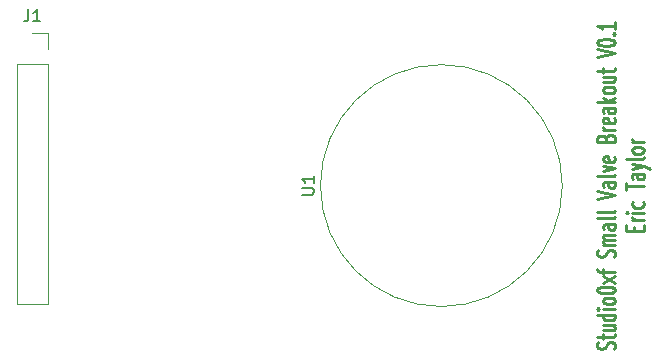
<source format=gbr>
%TF.GenerationSoftware,KiCad,Pcbnew,6.0.2+dfsg-1*%
%TF.CreationDate,2023-01-16T16:06:15-05:00*%
%TF.ProjectId,valve_breakout_small9,76616c76-655f-4627-9265-616b6f75745f,rev?*%
%TF.SameCoordinates,Original*%
%TF.FileFunction,Legend,Top*%
%TF.FilePolarity,Positive*%
%FSLAX46Y46*%
G04 Gerber Fmt 4.6, Leading zero omitted, Abs format (unit mm)*
G04 Created by KiCad (PCBNEW 6.0.2+dfsg-1) date 2023-01-16 16:06:15*
%MOMM*%
%LPD*%
G01*
G04 APERTURE LIST*
%ADD10C,0.250000*%
%ADD11C,0.150000*%
%ADD12C,0.120000*%
G04 APERTURE END LIST*
D10*
X151799642Y-107813333D02*
X151871071Y-107670476D01*
X151871071Y-107432380D01*
X151799642Y-107337142D01*
X151728214Y-107289523D01*
X151585357Y-107241904D01*
X151442500Y-107241904D01*
X151299642Y-107289523D01*
X151228214Y-107337142D01*
X151156785Y-107432380D01*
X151085357Y-107622857D01*
X151013928Y-107718095D01*
X150942500Y-107765714D01*
X150799642Y-107813333D01*
X150656785Y-107813333D01*
X150513928Y-107765714D01*
X150442500Y-107718095D01*
X150371071Y-107622857D01*
X150371071Y-107384761D01*
X150442500Y-107241904D01*
X150871071Y-106956190D02*
X150871071Y-106575238D01*
X150371071Y-106813333D02*
X151656785Y-106813333D01*
X151799642Y-106765714D01*
X151871071Y-106670476D01*
X151871071Y-106575238D01*
X150871071Y-105813333D02*
X151871071Y-105813333D01*
X150871071Y-106241904D02*
X151656785Y-106241904D01*
X151799642Y-106194285D01*
X151871071Y-106099047D01*
X151871071Y-105956190D01*
X151799642Y-105860952D01*
X151728214Y-105813333D01*
X151871071Y-104908571D02*
X150371071Y-104908571D01*
X151799642Y-104908571D02*
X151871071Y-105003809D01*
X151871071Y-105194285D01*
X151799642Y-105289523D01*
X151728214Y-105337142D01*
X151585357Y-105384761D01*
X151156785Y-105384761D01*
X151013928Y-105337142D01*
X150942500Y-105289523D01*
X150871071Y-105194285D01*
X150871071Y-105003809D01*
X150942500Y-104908571D01*
X151871071Y-104432380D02*
X150871071Y-104432380D01*
X150371071Y-104432380D02*
X150442500Y-104480000D01*
X150513928Y-104432380D01*
X150442500Y-104384761D01*
X150371071Y-104432380D01*
X150513928Y-104432380D01*
X151871071Y-103813333D02*
X151799642Y-103908571D01*
X151728214Y-103956190D01*
X151585357Y-104003809D01*
X151156785Y-104003809D01*
X151013928Y-103956190D01*
X150942500Y-103908571D01*
X150871071Y-103813333D01*
X150871071Y-103670476D01*
X150942500Y-103575238D01*
X151013928Y-103527619D01*
X151156785Y-103480000D01*
X151585357Y-103480000D01*
X151728214Y-103527619D01*
X151799642Y-103575238D01*
X151871071Y-103670476D01*
X151871071Y-103813333D01*
X150371071Y-102860952D02*
X150371071Y-102765714D01*
X150442500Y-102670476D01*
X150513928Y-102622857D01*
X150656785Y-102575238D01*
X150942500Y-102527619D01*
X151299642Y-102527619D01*
X151585357Y-102575238D01*
X151728214Y-102622857D01*
X151799642Y-102670476D01*
X151871071Y-102765714D01*
X151871071Y-102860952D01*
X151799642Y-102956190D01*
X151728214Y-103003809D01*
X151585357Y-103051428D01*
X151299642Y-103099047D01*
X150942500Y-103099047D01*
X150656785Y-103051428D01*
X150513928Y-103003809D01*
X150442500Y-102956190D01*
X150371071Y-102860952D01*
X151871071Y-102194285D02*
X150871071Y-101670476D01*
X150871071Y-102194285D02*
X151871071Y-101670476D01*
X150871071Y-101432380D02*
X150871071Y-101051428D01*
X151871071Y-101289523D02*
X150585357Y-101289523D01*
X150442500Y-101241904D01*
X150371071Y-101146666D01*
X150371071Y-101051428D01*
X151799642Y-100003809D02*
X151871071Y-99860952D01*
X151871071Y-99622857D01*
X151799642Y-99527619D01*
X151728214Y-99480000D01*
X151585357Y-99432380D01*
X151442500Y-99432380D01*
X151299642Y-99480000D01*
X151228214Y-99527619D01*
X151156785Y-99622857D01*
X151085357Y-99813333D01*
X151013928Y-99908571D01*
X150942500Y-99956190D01*
X150799642Y-100003809D01*
X150656785Y-100003809D01*
X150513928Y-99956190D01*
X150442500Y-99908571D01*
X150371071Y-99813333D01*
X150371071Y-99575238D01*
X150442500Y-99432380D01*
X151871071Y-99003809D02*
X150871071Y-99003809D01*
X151013928Y-99003809D02*
X150942500Y-98956190D01*
X150871071Y-98860952D01*
X150871071Y-98718095D01*
X150942500Y-98622857D01*
X151085357Y-98575238D01*
X151871071Y-98575238D01*
X151085357Y-98575238D02*
X150942500Y-98527619D01*
X150871071Y-98432380D01*
X150871071Y-98289523D01*
X150942500Y-98194285D01*
X151085357Y-98146666D01*
X151871071Y-98146666D01*
X151871071Y-97241904D02*
X151085357Y-97241904D01*
X150942500Y-97289523D01*
X150871071Y-97384761D01*
X150871071Y-97575238D01*
X150942500Y-97670476D01*
X151799642Y-97241904D02*
X151871071Y-97337142D01*
X151871071Y-97575238D01*
X151799642Y-97670476D01*
X151656785Y-97718095D01*
X151513928Y-97718095D01*
X151371071Y-97670476D01*
X151299642Y-97575238D01*
X151299642Y-97337142D01*
X151228214Y-97241904D01*
X151871071Y-96622857D02*
X151799642Y-96718095D01*
X151656785Y-96765714D01*
X150371071Y-96765714D01*
X151871071Y-96099047D02*
X151799642Y-96194285D01*
X151656785Y-96241904D01*
X150371071Y-96241904D01*
X150371071Y-95099047D02*
X151871071Y-94765714D01*
X150371071Y-94432380D01*
X151871071Y-93670476D02*
X151085357Y-93670476D01*
X150942500Y-93718095D01*
X150871071Y-93813333D01*
X150871071Y-94003809D01*
X150942500Y-94099047D01*
X151799642Y-93670476D02*
X151871071Y-93765714D01*
X151871071Y-94003809D01*
X151799642Y-94099047D01*
X151656785Y-94146666D01*
X151513928Y-94146666D01*
X151371071Y-94099047D01*
X151299642Y-94003809D01*
X151299642Y-93765714D01*
X151228214Y-93670476D01*
X151871071Y-93051428D02*
X151799642Y-93146666D01*
X151656785Y-93194285D01*
X150371071Y-93194285D01*
X150871071Y-92765714D02*
X151871071Y-92527619D01*
X150871071Y-92289523D01*
X151799642Y-91527619D02*
X151871071Y-91622857D01*
X151871071Y-91813333D01*
X151799642Y-91908571D01*
X151656785Y-91956190D01*
X151085357Y-91956190D01*
X150942500Y-91908571D01*
X150871071Y-91813333D01*
X150871071Y-91622857D01*
X150942500Y-91527619D01*
X151085357Y-91480000D01*
X151228214Y-91480000D01*
X151371071Y-91956190D01*
X151085357Y-89956190D02*
X151156785Y-89813333D01*
X151228214Y-89765714D01*
X151371071Y-89718095D01*
X151585357Y-89718095D01*
X151728214Y-89765714D01*
X151799642Y-89813333D01*
X151871071Y-89908571D01*
X151871071Y-90289523D01*
X150371071Y-90289523D01*
X150371071Y-89956190D01*
X150442500Y-89860952D01*
X150513928Y-89813333D01*
X150656785Y-89765714D01*
X150799642Y-89765714D01*
X150942500Y-89813333D01*
X151013928Y-89860952D01*
X151085357Y-89956190D01*
X151085357Y-90289523D01*
X151871071Y-89289523D02*
X150871071Y-89289523D01*
X151156785Y-89289523D02*
X151013928Y-89241904D01*
X150942500Y-89194285D01*
X150871071Y-89099047D01*
X150871071Y-89003809D01*
X151799642Y-88289523D02*
X151871071Y-88384761D01*
X151871071Y-88575238D01*
X151799642Y-88670476D01*
X151656785Y-88718095D01*
X151085357Y-88718095D01*
X150942500Y-88670476D01*
X150871071Y-88575238D01*
X150871071Y-88384761D01*
X150942500Y-88289523D01*
X151085357Y-88241904D01*
X151228214Y-88241904D01*
X151371071Y-88718095D01*
X151871071Y-87384761D02*
X151085357Y-87384761D01*
X150942500Y-87432380D01*
X150871071Y-87527619D01*
X150871071Y-87718095D01*
X150942500Y-87813333D01*
X151799642Y-87384761D02*
X151871071Y-87480000D01*
X151871071Y-87718095D01*
X151799642Y-87813333D01*
X151656785Y-87860952D01*
X151513928Y-87860952D01*
X151371071Y-87813333D01*
X151299642Y-87718095D01*
X151299642Y-87480000D01*
X151228214Y-87384761D01*
X151871071Y-86908571D02*
X150371071Y-86908571D01*
X151299642Y-86813333D02*
X151871071Y-86527619D01*
X150871071Y-86527619D02*
X151442500Y-86908571D01*
X151871071Y-85956190D02*
X151799642Y-86051428D01*
X151728214Y-86099047D01*
X151585357Y-86146666D01*
X151156785Y-86146666D01*
X151013928Y-86099047D01*
X150942500Y-86051428D01*
X150871071Y-85956190D01*
X150871071Y-85813333D01*
X150942500Y-85718095D01*
X151013928Y-85670476D01*
X151156785Y-85622857D01*
X151585357Y-85622857D01*
X151728214Y-85670476D01*
X151799642Y-85718095D01*
X151871071Y-85813333D01*
X151871071Y-85956190D01*
X150871071Y-84765714D02*
X151871071Y-84765714D01*
X150871071Y-85194285D02*
X151656785Y-85194285D01*
X151799642Y-85146666D01*
X151871071Y-85051428D01*
X151871071Y-84908571D01*
X151799642Y-84813333D01*
X151728214Y-84765714D01*
X150871071Y-84432380D02*
X150871071Y-84051428D01*
X150371071Y-84289523D02*
X151656785Y-84289523D01*
X151799642Y-84241904D01*
X151871071Y-84146666D01*
X151871071Y-84051428D01*
X150371071Y-83099047D02*
X151871071Y-82765714D01*
X150371071Y-82432380D01*
X150371071Y-81908571D02*
X150371071Y-81813333D01*
X150442500Y-81718095D01*
X150513928Y-81670476D01*
X150656785Y-81622857D01*
X150942500Y-81575238D01*
X151299642Y-81575238D01*
X151585357Y-81622857D01*
X151728214Y-81670476D01*
X151799642Y-81718095D01*
X151871071Y-81813333D01*
X151871071Y-81908571D01*
X151799642Y-82003809D01*
X151728214Y-82051428D01*
X151585357Y-82099047D01*
X151299642Y-82146666D01*
X150942500Y-82146666D01*
X150656785Y-82099047D01*
X150513928Y-82051428D01*
X150442500Y-82003809D01*
X150371071Y-81908571D01*
X151728214Y-81146666D02*
X151799642Y-81099047D01*
X151871071Y-81146666D01*
X151799642Y-81194285D01*
X151728214Y-81146666D01*
X151871071Y-81146666D01*
X151871071Y-80146666D02*
X151871071Y-80718095D01*
X151871071Y-80432380D02*
X150371071Y-80432380D01*
X150585357Y-80527619D01*
X150728214Y-80622857D01*
X150799642Y-80718095D01*
X153500357Y-97789523D02*
X153500357Y-97456190D01*
X154286071Y-97313333D02*
X154286071Y-97789523D01*
X152786071Y-97789523D01*
X152786071Y-97313333D01*
X154286071Y-96884761D02*
X153286071Y-96884761D01*
X153571785Y-96884761D02*
X153428928Y-96837142D01*
X153357500Y-96789523D01*
X153286071Y-96694285D01*
X153286071Y-96599047D01*
X154286071Y-96265714D02*
X153286071Y-96265714D01*
X152786071Y-96265714D02*
X152857500Y-96313333D01*
X152928928Y-96265714D01*
X152857500Y-96218095D01*
X152786071Y-96265714D01*
X152928928Y-96265714D01*
X154214642Y-95360952D02*
X154286071Y-95456190D01*
X154286071Y-95646666D01*
X154214642Y-95741904D01*
X154143214Y-95789523D01*
X154000357Y-95837142D01*
X153571785Y-95837142D01*
X153428928Y-95789523D01*
X153357500Y-95741904D01*
X153286071Y-95646666D01*
X153286071Y-95456190D01*
X153357500Y-95360952D01*
X152786071Y-94313333D02*
X152786071Y-93741904D01*
X154286071Y-94027619D02*
X152786071Y-94027619D01*
X154286071Y-92980000D02*
X153500357Y-92980000D01*
X153357500Y-93027619D01*
X153286071Y-93122857D01*
X153286071Y-93313333D01*
X153357500Y-93408571D01*
X154214642Y-92980000D02*
X154286071Y-93075238D01*
X154286071Y-93313333D01*
X154214642Y-93408571D01*
X154071785Y-93456190D01*
X153928928Y-93456190D01*
X153786071Y-93408571D01*
X153714642Y-93313333D01*
X153714642Y-93075238D01*
X153643214Y-92980000D01*
X153286071Y-92599047D02*
X154286071Y-92360952D01*
X153286071Y-92122857D02*
X154286071Y-92360952D01*
X154643214Y-92456190D01*
X154714642Y-92503809D01*
X154786071Y-92599047D01*
X154286071Y-91599047D02*
X154214642Y-91694285D01*
X154071785Y-91741904D01*
X152786071Y-91741904D01*
X154286071Y-91075238D02*
X154214642Y-91170476D01*
X154143214Y-91218095D01*
X154000357Y-91265714D01*
X153571785Y-91265714D01*
X153428928Y-91218095D01*
X153357500Y-91170476D01*
X153286071Y-91075238D01*
X153286071Y-90932380D01*
X153357500Y-90837142D01*
X153428928Y-90789523D01*
X153571785Y-90741904D01*
X154000357Y-90741904D01*
X154143214Y-90789523D01*
X154214642Y-90837142D01*
X154286071Y-90932380D01*
X154286071Y-91075238D01*
X154286071Y-90313333D02*
X153286071Y-90313333D01*
X153571785Y-90313333D02*
X153428928Y-90265714D01*
X153357500Y-90218095D01*
X153286071Y-90122857D01*
X153286071Y-90027619D01*
D11*
%TO.C,U1*%
X125362380Y-94741904D02*
X126171904Y-94741904D01*
X126267142Y-94694285D01*
X126314761Y-94646666D01*
X126362380Y-94551428D01*
X126362380Y-94360952D01*
X126314761Y-94265714D01*
X126267142Y-94218095D01*
X126171904Y-94170476D01*
X125362380Y-94170476D01*
X126362380Y-93170476D02*
X126362380Y-93741904D01*
X126362380Y-93456190D02*
X125362380Y-93456190D01*
X125505238Y-93551428D01*
X125600476Y-93646666D01*
X125648095Y-93741904D01*
%TO.C,J1*%
X102192599Y-79068313D02*
X102192599Y-79782599D01*
X102144980Y-79925456D01*
X102049742Y-80020694D01*
X101906885Y-80068313D01*
X101811647Y-80068313D01*
X103192599Y-80068313D02*
X102621171Y-80068313D01*
X102906885Y-80068313D02*
X102906885Y-79068313D01*
X102811647Y-79211171D01*
X102716409Y-79306409D01*
X102621171Y-79354028D01*
D12*
%TO.C,U1*%
X147399067Y-93980000D02*
G75*
G03*
X147399067Y-93980000I-10239067J0D01*
G01*
%TO.C,J1*%
X102525933Y-81055933D02*
X103855933Y-81055933D01*
X103855933Y-83655933D02*
X103855933Y-104035933D01*
X101195933Y-83655933D02*
X103855933Y-83655933D01*
X101195933Y-83655933D02*
X101195933Y-104035933D01*
X101195933Y-104035933D02*
X103855933Y-104035933D01*
X103855933Y-81055933D02*
X103855933Y-82385933D01*
%TD*%
M02*

</source>
